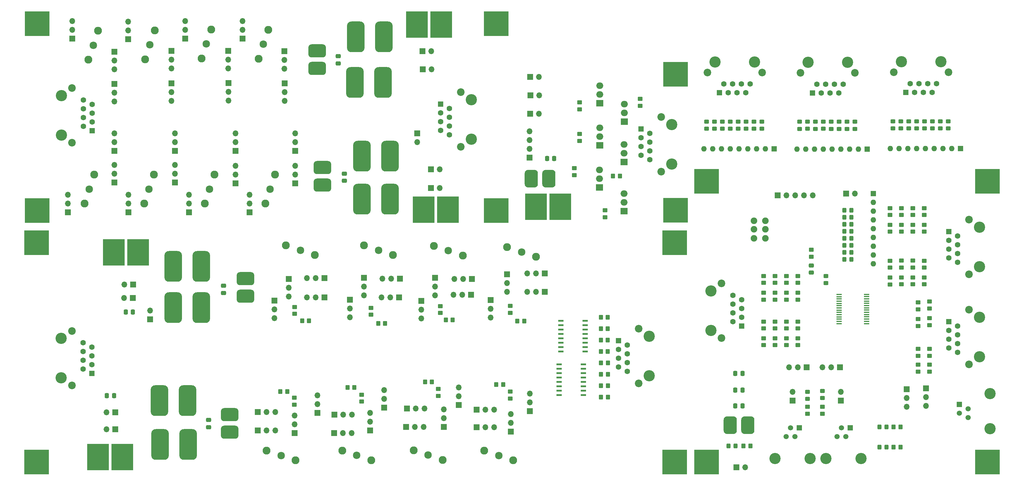
<source format=gbr>
%TF.GenerationSoftware,KiCad,Pcbnew,8.0.1*%
%TF.CreationDate,2024-04-02T21:45:17-06:00*%
%TF.ProjectId,ATV_Project_Slave Barg,4154565f-5072-46f6-9a65-63745f536c61,rev?*%
%TF.SameCoordinates,Original*%
%TF.FileFunction,Soldermask,Top*%
%TF.FilePolarity,Negative*%
%FSLAX46Y46*%
G04 Gerber Fmt 4.6, Leading zero omitted, Abs format (unit mm)*
G04 Created by KiCad (PCBNEW 8.0.1) date 2024-04-02 21:45:17*
%MOMM*%
%LPD*%
G01*
G04 APERTURE LIST*
G04 Aperture macros list*
%AMRoundRect*
0 Rectangle with rounded corners*
0 $1 Rounding radius*
0 $2 $3 $4 $5 $6 $7 $8 $9 X,Y pos of 4 corners*
0 Add a 4 corners polygon primitive as box body*
4,1,4,$2,$3,$4,$5,$6,$7,$8,$9,$2,$3,0*
0 Add four circle primitives for the rounded corners*
1,1,$1+$1,$2,$3*
1,1,$1+$1,$4,$5*
1,1,$1+$1,$6,$7*
1,1,$1+$1,$8,$9*
0 Add four rect primitives between the rounded corners*
20,1,$1+$1,$2,$3,$4,$5,0*
20,1,$1+$1,$4,$5,$6,$7,0*
20,1,$1+$1,$6,$7,$8,$9,0*
20,1,$1+$1,$8,$9,$2,$3,0*%
G04 Aperture macros list end*
%ADD10C,3.250000*%
%ADD11RoundRect,0.248000X-0.552000X0.552000X-0.552000X-0.552000X0.552000X-0.552000X0.552000X0.552000X0*%
%ADD12C,1.600000*%
%ADD13C,2.200000*%
%ADD14RoundRect,0.248000X0.552000X-0.552000X0.552000X0.552000X-0.552000X0.552000X-0.552000X-0.552000X0*%
%ADD15RoundRect,0.248000X0.552000X0.552000X-0.552000X0.552000X-0.552000X-0.552000X0.552000X-0.552000X0*%
%ADD16RoundRect,0.250000X0.450000X-0.325000X0.450000X0.325000X-0.450000X0.325000X-0.450000X-0.325000X0*%
%ADD17R,1.600000X1.600000*%
%ADD18O,1.600000X1.600000*%
%ADD19R,1.700000X1.700000*%
%ADD20O,1.700000X1.700000*%
%ADD21R,7.112000X7.112000*%
%ADD22RoundRect,0.250000X0.350000X0.450000X-0.350000X0.450000X-0.350000X-0.450000X0.350000X-0.450000X0*%
%ADD23RoundRect,0.250000X-0.450000X0.350000X-0.450000X-0.350000X0.450000X-0.350000X0.450000X0.350000X0*%
%ADD24RoundRect,0.250000X0.450000X-0.350000X0.450000X0.350000X-0.450000X0.350000X-0.450000X-0.350000X0*%
%ADD25O,2.000000X1.905000*%
%ADD26R,2.000000X1.905000*%
%ADD27R,6.350000X7.620000*%
%ADD28RoundRect,0.952500X-0.952500X-1.587500X0.952500X-1.587500X0.952500X1.587500X-0.952500X1.587500X0*%
%ADD29RoundRect,0.250000X-0.337500X-0.475000X0.337500X-0.475000X0.337500X0.475000X-0.337500X0.475000X0*%
%ADD30RoundRect,1.270000X-1.270000X-3.175000X1.270000X-3.175000X1.270000X3.175000X-1.270000X3.175000X0*%
%ADD31C,2.286000*%
%ADD32C,2.159000*%
%ADD33RoundRect,0.250000X0.337500X0.475000X-0.337500X0.475000X-0.337500X-0.475000X0.337500X-0.475000X0*%
%ADD34RoundRect,0.250000X0.325000X0.450000X-0.325000X0.450000X-0.325000X-0.450000X0.325000X-0.450000X0*%
%ADD35RoundRect,0.250000X-0.475000X0.337500X-0.475000X-0.337500X0.475000X-0.337500X0.475000X0.337500X0*%
%ADD36RoundRect,0.250000X-0.350000X-0.450000X0.350000X-0.450000X0.350000X0.450000X-0.350000X0.450000X0*%
%ADD37RoundRect,1.270000X1.270000X3.175000X-1.270000X3.175000X-1.270000X-3.175000X1.270000X-3.175000X0*%
%ADD38RoundRect,0.952500X1.587500X-0.952500X1.587500X0.952500X-1.587500X0.952500X-1.587500X-0.952500X0*%
%ADD39R,1.500000X0.380000*%
%ADD40RoundRect,0.250000X0.475000X-0.337500X0.475000X0.337500X-0.475000X0.337500X-0.475000X-0.337500X0*%
%ADD41C,1.905000*%
%ADD42R,1.520000X1.520000*%
%ADD43C,1.520000*%
%ADD44R,1.500000X0.600000*%
%ADD45RoundRect,0.952500X-1.587500X0.952500X-1.587500X-0.952500X1.587500X-0.952500X1.587500X0.952500X0*%
G04 APERTURE END LIST*
D10*
%TO.C,J2*%
X205540000Y-97756600D03*
X205540000Y-109186600D03*
D11*
X214430000Y-107916600D03*
D12*
X211890000Y-106646600D03*
X214430000Y-105376600D03*
X211890000Y-104106600D03*
X214430000Y-102836600D03*
X211890000Y-101566600D03*
X214430000Y-100296600D03*
X211890000Y-99026600D03*
D13*
X208590000Y-95571600D03*
X208590000Y-111371600D03*
%TD*%
D10*
%TO.C,J46*%
X194182500Y-61033000D03*
X194182500Y-49603000D03*
D14*
X185292500Y-50873000D03*
D12*
X187832500Y-52143000D03*
X185292500Y-53413000D03*
X187832500Y-54683000D03*
X185292500Y-55953000D03*
X187832500Y-57223000D03*
X185292500Y-58493000D03*
X187832500Y-59763000D03*
D13*
X191132500Y-63218000D03*
X191132500Y-47418000D03*
%TD*%
D10*
%TO.C,J25*%
X272098977Y-31394740D03*
X260668977Y-31394740D03*
D15*
X261938977Y-40284740D03*
D12*
X263208977Y-37744740D03*
X264478977Y-40284740D03*
X265748977Y-37744740D03*
X267018977Y-40284740D03*
X268288977Y-37744740D03*
X269558977Y-40284740D03*
X270828977Y-37744740D03*
D13*
X274283977Y-34444740D03*
X258483977Y-34444740D03*
%TD*%
D10*
%TO.C,J25*%
X245047688Y-31504705D03*
X233617688Y-31504705D03*
D15*
X234887688Y-40394705D03*
D12*
X236157688Y-37854705D03*
X237427688Y-40394705D03*
X238697688Y-37854705D03*
X239967688Y-40394705D03*
X241237688Y-37854705D03*
X242507688Y-40394705D03*
X243777688Y-37854705D03*
D13*
X247232688Y-34554705D03*
X231432688Y-34554705D03*
%TD*%
D10*
%TO.C,J6*%
X283264000Y-116786000D03*
X283264000Y-105356000D03*
D14*
X274374000Y-106626000D03*
D12*
X276914000Y-107896000D03*
X274374000Y-109166000D03*
X276914000Y-110436000D03*
X274374000Y-111706000D03*
X276914000Y-112976000D03*
X274374000Y-114246000D03*
X276914000Y-115516000D03*
D13*
X280214000Y-118971000D03*
X280214000Y-103171000D03*
%TD*%
%TO.C,J18*%
X133148000Y-40179000D03*
X133148000Y-55979000D03*
D12*
X129848000Y-52524000D03*
X127308000Y-51254000D03*
X129848000Y-49984000D03*
X127308000Y-48714000D03*
X129848000Y-47444000D03*
X127308000Y-46174000D03*
X129848000Y-44904000D03*
D14*
X127308000Y-43634000D03*
D10*
X136198000Y-42364000D03*
X136198000Y-53794000D03*
%TD*%
D13*
%TO.C,J35*%
X20587500Y-125121000D03*
X20587500Y-109321000D03*
D12*
X23887500Y-112776000D03*
X26427500Y-114046000D03*
X23887500Y-115316000D03*
X26427500Y-116586000D03*
X23887500Y-117856000D03*
X26427500Y-119126000D03*
X23887500Y-120396000D03*
D11*
X26427500Y-121666000D03*
D10*
X17537500Y-122936000D03*
X17537500Y-111506000D03*
%TD*%
%TO.C,J25*%
X218139000Y-31458000D03*
X206709000Y-31458000D03*
D15*
X207979000Y-40348000D03*
D12*
X209249000Y-37808000D03*
X210519000Y-40348000D03*
X211789000Y-37808000D03*
X213059000Y-40348000D03*
X214329000Y-37808000D03*
X215599000Y-40348000D03*
X216869000Y-37808000D03*
D13*
X220324000Y-34508000D03*
X204524000Y-34508000D03*
%TD*%
%TO.C,J26*%
X184644500Y-108686000D03*
X184644500Y-124486000D03*
D12*
X181344500Y-121031000D03*
X178804500Y-119761000D03*
X181344500Y-118491000D03*
X178804500Y-117221000D03*
X181344500Y-115951000D03*
X178804500Y-114681000D03*
X181344500Y-113411000D03*
D14*
X178804500Y-112141000D03*
D10*
X187694500Y-110871000D03*
X187694500Y-122301000D03*
%TD*%
%TO.C,J5*%
X283265000Y-90751000D03*
X283265000Y-79321000D03*
D14*
X274375000Y-80591000D03*
D12*
X276915000Y-81861000D03*
X274375000Y-83131000D03*
X276915000Y-84401000D03*
X274375000Y-85671000D03*
X276915000Y-86941000D03*
X274375000Y-88211000D03*
X276915000Y-89481000D03*
D13*
X280215000Y-92936000D03*
X280215000Y-77136000D03*
%TD*%
%TO.C,J9*%
X20641500Y-54836000D03*
X20641500Y-39036000D03*
D12*
X23941500Y-42491000D03*
X26481500Y-43761000D03*
X23941500Y-45031000D03*
X26481500Y-46301000D03*
X23941500Y-47571000D03*
X26481500Y-48841000D03*
X23941500Y-50111000D03*
D11*
X26481500Y-51381000D03*
D10*
X17591500Y-52651000D03*
X17591500Y-41221000D03*
%TD*%
D16*
%TO.C,D19*%
X267373977Y-50700740D03*
X267373977Y-48650740D03*
%TD*%
%TO.C,D16*%
X260515977Y-50691740D03*
X260515977Y-48641740D03*
%TD*%
%TO.C,D15*%
X258229977Y-50700740D03*
X258229977Y-48650740D03*
%TD*%
D17*
%TO.C,RN2*%
X277787977Y-56542740D03*
D18*
X275247977Y-56542740D03*
X272707977Y-56542740D03*
X270167977Y-56542740D03*
X267627977Y-56542740D03*
X265087977Y-56542740D03*
X262547977Y-56542740D03*
X260007977Y-56542740D03*
X257467977Y-56542740D03*
%TD*%
D16*
%TO.C,D18*%
X265087977Y-50691740D03*
X265087977Y-48641740D03*
%TD*%
%TO.C,D17*%
X262801977Y-50700740D03*
X262801977Y-48650740D03*
%TD*%
%TO.C,D22*%
X274231977Y-50700740D03*
X274231977Y-48650740D03*
%TD*%
%TO.C,D21*%
X271945977Y-50700740D03*
X271945977Y-48650740D03*
%TD*%
%TO.C,D20*%
X269659977Y-50700740D03*
X269659977Y-48650740D03*
%TD*%
%TO.C,D19*%
X240322688Y-50810705D03*
X240322688Y-48760705D03*
%TD*%
%TO.C,D16*%
X233464688Y-50801705D03*
X233464688Y-48751705D03*
%TD*%
%TO.C,D15*%
X231178688Y-50810705D03*
X231178688Y-48760705D03*
%TD*%
D17*
%TO.C,RN2*%
X250736688Y-56652705D03*
D18*
X248196688Y-56652705D03*
X245656688Y-56652705D03*
X243116688Y-56652705D03*
X240576688Y-56652705D03*
X238036688Y-56652705D03*
X235496688Y-56652705D03*
X232956688Y-56652705D03*
X230416688Y-56652705D03*
%TD*%
D16*
%TO.C,D18*%
X238036688Y-50801705D03*
X238036688Y-48751705D03*
%TD*%
%TO.C,D17*%
X235750688Y-50810705D03*
X235750688Y-48760705D03*
%TD*%
%TO.C,D22*%
X247180688Y-50810705D03*
X247180688Y-48760705D03*
%TD*%
%TO.C,D21*%
X244894688Y-50810705D03*
X244894688Y-48760705D03*
%TD*%
%TO.C,D20*%
X242608688Y-50810705D03*
X242608688Y-48760705D03*
%TD*%
D19*
%TO.C,JP35*%
X110984000Y-131542000D03*
D20*
X110984000Y-129002000D03*
X110984000Y-126462000D03*
%TD*%
D21*
%TO.C,*%
X10414000Y-147320000D03*
%TD*%
%TO.C,*%
X10414000Y-83820000D03*
%TD*%
%TO.C,*%
X195072000Y-147320000D03*
%TD*%
%TO.C,*%
X195072000Y-83820000D03*
%TD*%
D22*
%TO.C,R76*%
X177179000Y-64462000D03*
X179179000Y-64462000D03*
%TD*%
D23*
%TO.C,R75*%
X167511000Y-45142000D03*
X167511000Y-43142000D03*
%TD*%
D24*
%TO.C,R74*%
X185037000Y-42126000D03*
X185037000Y-44126000D03*
%TD*%
D23*
%TO.C,R73*%
X167511000Y-54286000D03*
X167511000Y-52286000D03*
%TD*%
%TO.C,R72*%
X165987000Y-64192000D03*
X165987000Y-62192000D03*
%TD*%
%TO.C,R71*%
X174877000Y-76384000D03*
X174877000Y-74384000D03*
%TD*%
D25*
%TO.C,Q6*%
X173353000Y-38300000D03*
X173353000Y-40840000D03*
D26*
X173353000Y-43380000D03*
%TD*%
D25*
%TO.C,Q5*%
X180465000Y-43634000D03*
X180465000Y-46174000D03*
D26*
X180465000Y-48714000D03*
%TD*%
D25*
%TO.C,Q4*%
X173353000Y-50492000D03*
X173353000Y-53032000D03*
D26*
X173353000Y-55572000D03*
%TD*%
D25*
%TO.C,Q3*%
X180394000Y-55318000D03*
X180394000Y-57858000D03*
D26*
X180394000Y-60398000D03*
%TD*%
D25*
%TO.C,Q2*%
X173282000Y-62684000D03*
X173282000Y-65224000D03*
D26*
X173282000Y-67764000D03*
%TD*%
D25*
%TO.C,Q1*%
X180394000Y-69542000D03*
X180394000Y-72082000D03*
D26*
X180394000Y-74622000D03*
%TD*%
D27*
%TO.C,J47*%
X161923000Y-73352000D03*
X154925300Y-73352000D03*
%TD*%
D20*
%TO.C,J45*%
X155827000Y-41094000D03*
D19*
X153287000Y-41094000D03*
%TD*%
D20*
%TO.C,J44*%
X155795000Y-35782000D03*
D19*
X153255000Y-35782000D03*
%TD*%
D20*
%TO.C,J43*%
X153033000Y-51508000D03*
X153033000Y-54048000D03*
X153033000Y-56588000D03*
D19*
X153033000Y-59128000D03*
%TD*%
D20*
%TO.C,J42*%
X155795000Y-46450000D03*
D19*
X153255000Y-46450000D03*
%TD*%
D28*
%TO.C,C19*%
X158621000Y-65224000D03*
X153541000Y-65224000D03*
%TD*%
D29*
%TO.C,C18*%
X160166500Y-59382000D03*
X158091500Y-59382000D03*
%TD*%
D30*
%TO.C,L4*%
X112647000Y-58747000D03*
X104519000Y-58747000D03*
%TD*%
D19*
%TO.C,JP10*%
X65911000Y-37596149D03*
D20*
X65911000Y-40136149D03*
X65911000Y-42676149D03*
%TD*%
D31*
%TO.C,F6*%
X59053000Y-72463000D03*
X61847000Y-64081000D03*
D32*
X60450000Y-68272000D03*
%TD*%
D31*
%TO.C,F4*%
X77424000Y-22112851D03*
X74630000Y-30494851D03*
D32*
X76027000Y-26303851D03*
%TD*%
D31*
%TO.C,F16*%
X154940000Y-87884000D03*
X146558000Y-85090000D03*
D32*
X150749000Y-86487000D03*
%TD*%
D33*
%TO.C,C13*%
X36183000Y-103830000D03*
X38258000Y-103830000D03*
%TD*%
D24*
%TO.C,R67*%
X85067000Y-102386000D03*
X85067000Y-104386000D03*
%TD*%
D16*
%TO.C,D19*%
X213414000Y-48714000D03*
X213414000Y-50764000D03*
%TD*%
D34*
%TO.C,D10*%
X244139000Y-82496000D03*
X246189000Y-82496000D03*
%TD*%
D21*
%TO.C,*%
X143381000Y-74495000D03*
%TD*%
D22*
%TO.C,R68*%
X143405000Y-124873000D03*
X145405000Y-124873000D03*
%TD*%
D24*
%TO.C,R43*%
X267263000Y-95831000D03*
X267263000Y-93831000D03*
%TD*%
D23*
%TO.C,R57*%
X126597000Y-128127000D03*
X126597000Y-126127000D03*
%TD*%
D35*
%TO.C,C1*%
X234616750Y-92445000D03*
X234616750Y-90370000D03*
%TD*%
D23*
%TO.C,R44*%
X267263000Y-91005000D03*
X267263000Y-89005000D03*
%TD*%
D36*
%TO.C,R63*%
X128794000Y-106172000D03*
X130794000Y-106172000D03*
%TD*%
D20*
%TO.C,JP32*%
X142778000Y-132096000D03*
X140238000Y-132096000D03*
D19*
X137698000Y-132096000D03*
%TD*%
%TO.C,JP47*%
X136390000Y-94256000D03*
D20*
X133850000Y-94256000D03*
X131310000Y-94256000D03*
%TD*%
D19*
%TO.C,JP11*%
X82167000Y-37665000D03*
D20*
X82167000Y-40205000D03*
X82167000Y-42745000D03*
%TD*%
D34*
%TO.C,D7*%
X244139000Y-88592000D03*
X246189000Y-88592000D03*
%TD*%
%TO.C,D13*%
X244139000Y-76400000D03*
X246189000Y-76400000D03*
%TD*%
D19*
%TO.C,JP15*%
X32869000Y-57215000D03*
D20*
X32869000Y-54675000D03*
X32869000Y-52135000D03*
%TD*%
D19*
%TO.C,JP19*%
X69953000Y-24703000D03*
D20*
X69953000Y-22163000D03*
X69953000Y-19623000D03*
%TD*%
D19*
%TO.C,J13*%
X82123000Y-28335851D03*
D20*
X82123000Y-30875851D03*
X82123000Y-33415851D03*
%TD*%
D19*
%TO.C,JP9*%
X49401000Y-37604149D03*
D20*
X49401000Y-40144149D03*
X49401000Y-42684149D03*
%TD*%
D19*
%TO.C,J24*%
X122121200Y-33601000D03*
D20*
X124661200Y-33601000D03*
%TD*%
D18*
%TO.C,RN2*%
X203508000Y-56606000D03*
X206048000Y-56606000D03*
X208588000Y-56606000D03*
X211128000Y-56606000D03*
X213668000Y-56606000D03*
X216208000Y-56606000D03*
X218748000Y-56606000D03*
X221288000Y-56606000D03*
D17*
X223828000Y-56606000D03*
%TD*%
D36*
%TO.C,R48*%
X173684500Y-112014000D03*
X175684500Y-112014000D03*
%TD*%
D19*
%TO.C,JP12*%
X85215000Y-57223000D03*
D20*
X85215000Y-54683000D03*
X85215000Y-52143000D03*
%TD*%
D32*
%TO.C,F13*%
X86741000Y-85979000D03*
D31*
X82550000Y-84582000D03*
X90932000Y-87376000D03*
%TD*%
D19*
%TO.C,J21*%
X124553000Y-67913000D03*
D20*
X127093000Y-67913000D03*
%TD*%
D31*
%TO.C,F2*%
X44563000Y-22298000D03*
X41769000Y-30680000D03*
D32*
X43166000Y-26489000D03*
%TD*%
D22*
%TO.C,R54*%
X122803000Y-124079000D03*
X124803000Y-124079000D03*
%TD*%
D31*
%TO.C,F15*%
X133731000Y-87503000D03*
X125349000Y-84709000D03*
D32*
X129540000Y-86106000D03*
%TD*%
D19*
%TO.C,J11*%
X49401000Y-28267000D03*
D20*
X49401000Y-30807000D03*
X49401000Y-33347000D03*
%TD*%
D19*
%TO.C,JP31*%
X96536000Y-133560000D03*
D20*
X99076000Y-133560000D03*
X101616000Y-133560000D03*
%TD*%
D37*
%TO.C,L6*%
X54284000Y-142196000D03*
X46156000Y-142196000D03*
%TD*%
D20*
%TO.C,JP3*%
X228166500Y-119854500D03*
X230706500Y-119854500D03*
D19*
X233246500Y-119854500D03*
%TD*%
%TO.C,J12*%
X65867000Y-28267000D03*
D20*
X65867000Y-30807000D03*
X65867000Y-33347000D03*
%TD*%
D34*
%TO.C,D6*%
X212645000Y-142670000D03*
X210595000Y-142670000D03*
%TD*%
%TO.C,D14*%
X244139000Y-74368000D03*
X246189000Y-74368000D03*
%TD*%
D20*
%TO.C,JP37*%
X79248000Y-105664000D03*
X79248000Y-103124000D03*
D19*
X79248000Y-100584000D03*
%TD*%
%TO.C,J14*%
X85215000Y-66621000D03*
D20*
X85215000Y-64081000D03*
X85215000Y-61541000D03*
%TD*%
D16*
%TO.C,D15*%
X204270000Y-48714000D03*
X204270000Y-50764000D03*
%TD*%
D23*
%TO.C,R41*%
X260659000Y-90989000D03*
X260659000Y-88989000D03*
%TD*%
D24*
%TO.C,R13*%
X230686000Y-98260000D03*
X230686000Y-100260000D03*
%TD*%
%TO.C,R52*%
X147425000Y-104108000D03*
X147425000Y-102108000D03*
%TD*%
%TO.C,R26*%
X268786000Y-114532000D03*
X268786000Y-116532000D03*
%TD*%
D30*
%TO.C,L1*%
X110615000Y-37411000D03*
X102487000Y-37411000D03*
%TD*%
D20*
%TO.C,J40*%
X30647100Y-132910000D03*
D19*
X33187100Y-132910000D03*
%TD*%
D36*
%TO.C,R53*%
X109252000Y-107188000D03*
X111252000Y-107188000D03*
%TD*%
D19*
%TO.C,JP45*%
X93718000Y-94002000D03*
D20*
X91178000Y-94002000D03*
X88638000Y-94002000D03*
%TD*%
D16*
%TO.C,D2*%
X237818500Y-128744500D03*
X237818500Y-126694500D03*
%TD*%
D21*
%TO.C,*%
X204270000Y-147266000D03*
%TD*%
D16*
%TO.C,D16*%
X206556000Y-48705000D03*
X206556000Y-50755000D03*
%TD*%
D23*
%TO.C,R42*%
X263961000Y-90989000D03*
X263961000Y-88989000D03*
%TD*%
D21*
%TO.C,*%
X204270000Y-65986000D03*
%TD*%
D24*
%TO.C,R38*%
X260659000Y-95831000D03*
X260659000Y-93831000D03*
%TD*%
D34*
%TO.C,D8*%
X244139000Y-86560000D03*
X246189000Y-86560000D03*
%TD*%
D19*
%TO.C,JP43*%
X96528000Y-138916000D03*
D20*
X99068000Y-138916000D03*
X101608000Y-138916000D03*
%TD*%
D31*
%TO.C,F5*%
X76579000Y-72463000D03*
X79373000Y-64081000D03*
D32*
X77976000Y-68272000D03*
%TD*%
D20*
%TO.C,JP33*%
X153162000Y-127508000D03*
X153162000Y-130048000D03*
D19*
X153162000Y-132588000D03*
%TD*%
D24*
%TO.C,R65*%
X127254000Y-104124000D03*
X127254000Y-102124000D03*
%TD*%
D18*
%TO.C,RN1*%
X252521000Y-89862000D03*
X252521000Y-87322000D03*
X252521000Y-84782000D03*
X252521000Y-82242000D03*
X252521000Y-79702000D03*
X252521000Y-77162000D03*
X252521000Y-74622000D03*
X252521000Y-72082000D03*
D17*
X252521000Y-69542000D03*
%TD*%
D23*
%TO.C,R23*%
X265484000Y-119088000D03*
X265484000Y-121088000D03*
%TD*%
D19*
%TO.C,J10*%
X32891000Y-28521000D03*
D20*
X32891000Y-31061000D03*
X32891000Y-33601000D03*
%TD*%
D24*
%TO.C,R56*%
X107188000Y-104632000D03*
X107188000Y-102632000D03*
%TD*%
D36*
%TO.C,R51*%
X149511000Y-106434000D03*
X151511000Y-106434000D03*
%TD*%
D38*
%TO.C,C17*%
X70866000Y-94234000D03*
X70866000Y-99314000D03*
%TD*%
D20*
%TO.C,JP1*%
X237818500Y-119854500D03*
X240358500Y-119854500D03*
D19*
X242898500Y-119854500D03*
%TD*%
D31*
%TO.C,F14*%
X113538000Y-87376000D03*
X105156000Y-84582000D03*
D32*
X109347000Y-85979000D03*
%TD*%
D37*
%TO.C,L5*%
X54102000Y-129540000D03*
X45974000Y-129540000D03*
%TD*%
D23*
%TO.C,R58*%
X84985000Y-130675000D03*
X84985000Y-128675000D03*
%TD*%
D32*
%TO.C,F9*%
X144145000Y-145415000D03*
D31*
X148336000Y-146812000D03*
X139954000Y-144018000D03*
%TD*%
D19*
%TO.C,J34*%
X146558000Y-92964000D03*
D20*
X146558000Y-95504000D03*
X146558000Y-98044000D03*
%TD*%
D36*
%TO.C,R47*%
X173684500Y-105410000D03*
X175684500Y-105410000D03*
%TD*%
D24*
%TO.C,R19*%
X220780000Y-98260000D03*
X220780000Y-100260000D03*
%TD*%
D31*
%TO.C,F11*%
X98822000Y-143974000D03*
X107204000Y-146768000D03*
D32*
X103013000Y-145371000D03*
%TD*%
D20*
%TO.C,JP7*%
X247164000Y-69564000D03*
D19*
X244624000Y-69564000D03*
%TD*%
D36*
%TO.C,R64*%
X89243000Y-106418000D03*
X87243000Y-106418000D03*
%TD*%
D21*
%TO.C,*%
X143381000Y-20393000D03*
%TD*%
D36*
%TO.C,R61*%
X173740500Y-121888200D03*
X175740500Y-121888200D03*
%TD*%
%TO.C,R50*%
X173740500Y-118586200D03*
X175740500Y-118586200D03*
%TD*%
D19*
%TO.C,JP39*%
X121688000Y-100592000D03*
D20*
X121688000Y-103132000D03*
X121688000Y-105672000D03*
%TD*%
%TO.C,J33*%
X125730000Y-99060000D03*
X125730000Y-96520000D03*
D19*
X125730000Y-93980000D03*
%TD*%
D22*
%TO.C,R55*%
X82937000Y-126881000D03*
X80937000Y-126881000D03*
%TD*%
D33*
%TO.C,C12*%
X30715700Y-128072000D03*
X32790700Y-128072000D03*
%TD*%
D36*
%TO.C,R45*%
X260388000Y-142948000D03*
X258388000Y-142948000D03*
%TD*%
D24*
%TO.C,R9*%
X230686000Y-113452000D03*
X230686000Y-111452000D03*
%TD*%
%TO.C,R21*%
X268786000Y-100816000D03*
X268786000Y-102816000D03*
%TD*%
D39*
%TO.C,U1*%
X250576800Y-98747200D03*
X250576800Y-99397200D03*
X250576800Y-100047200D03*
X250576800Y-100697200D03*
X250576800Y-101347200D03*
X250576800Y-101997200D03*
X250576800Y-102647200D03*
X250576800Y-103297200D03*
X250576800Y-103947200D03*
X250576800Y-104597200D03*
X250576800Y-105247200D03*
X250576800Y-105897200D03*
X250576800Y-106547200D03*
X250576800Y-107197200D03*
X242608000Y-107207000D03*
X242608000Y-106557000D03*
X242608000Y-105907000D03*
X242608000Y-105257000D03*
X242608000Y-104607000D03*
X242608000Y-103957000D03*
X242608000Y-103307000D03*
X242608000Y-102657000D03*
X242608000Y-102007000D03*
X242608000Y-101357000D03*
X242608000Y-100707000D03*
X242608000Y-100057000D03*
X242608000Y-99407000D03*
X242608000Y-98757000D03*
%TD*%
D19*
%TO.C,JP25*%
X157480000Y-98044000D03*
D20*
X154940000Y-98044000D03*
X152400000Y-98044000D03*
%TD*%
D19*
%TO.C,JP8*%
X32913000Y-37842149D03*
D20*
X32913000Y-40382149D03*
X32913000Y-42922149D03*
%TD*%
D22*
%TO.C,R66*%
X102370000Y-125708000D03*
X100370000Y-125708000D03*
%TD*%
D19*
%TO.C,JP17*%
X36921000Y-24830000D03*
D20*
X36921000Y-22290000D03*
X36921000Y-19750000D03*
%TD*%
D19*
%TO.C,J30*%
X85068000Y-138930000D03*
D20*
X85068000Y-136390000D03*
X85068000Y-133850000D03*
%TD*%
D30*
%TO.C,L3*%
X112647000Y-71193000D03*
X104519000Y-71193000D03*
%TD*%
D16*
%TO.C,D1*%
X233500500Y-128998500D03*
X233500500Y-126948500D03*
%TD*%
D19*
%TO.C,JP13*%
X67943000Y-57223000D03*
D20*
X67943000Y-54683000D03*
X67943000Y-52143000D03*
%TD*%
D24*
%TO.C,R16*%
X227384000Y-98260000D03*
X227384000Y-100260000D03*
%TD*%
D20*
%TO.C,JP27*%
X122682000Y-131826000D03*
X120142000Y-131826000D03*
D19*
X117602000Y-131826000D03*
%TD*%
%TO.C,JP26*%
X115308000Y-99590000D03*
D20*
X112768000Y-99590000D03*
X110228000Y-99590000D03*
%TD*%
D24*
%TO.C,R3*%
X220780000Y-113452000D03*
X220780000Y-111452000D03*
%TD*%
D23*
%TO.C,R18*%
X220780000Y-93418000D03*
X220780000Y-95418000D03*
%TD*%
D40*
%TO.C,C9*%
X99439000Y-65859000D03*
X99439000Y-63784000D03*
%TD*%
D23*
%TO.C,R31*%
X260659000Y-73765000D03*
X260659000Y-75765000D03*
%TD*%
D21*
%TO.C,*%
X195268000Y-34998000D03*
%TD*%
D19*
%TO.C,JP18*%
X53399000Y-24703000D03*
D20*
X53399000Y-22163000D03*
X53399000Y-19623000D03*
%TD*%
D24*
%TO.C,R35*%
X257357000Y-95871000D03*
X257357000Y-93871000D03*
%TD*%
D23*
%TO.C,R27*%
X268786000Y-119104000D03*
X268786000Y-121104000D03*
%TD*%
%TO.C,R30*%
X263961000Y-73781000D03*
X263961000Y-75781000D03*
%TD*%
D29*
%TO.C,C4*%
X212609000Y-131010000D03*
X214684000Y-131010000D03*
%TD*%
D24*
%TO.C,R25*%
X265484000Y-101054000D03*
X265484000Y-103054000D03*
%TD*%
%TO.C,R5*%
X224082000Y-113452000D03*
X224082000Y-111452000D03*
%TD*%
D30*
%TO.C,L2*%
X110869000Y-24203000D03*
X102741000Y-24203000D03*
%TD*%
D23*
%TO.C,R70*%
X147469000Y-128921000D03*
X147469000Y-126921000D03*
%TD*%
D21*
%TO.C,*%
X195268000Y-74368000D03*
%TD*%
D34*
%TO.C,D9*%
X244139000Y-84528000D03*
X246189000Y-84528000D03*
%TD*%
D19*
%TO.C,JP46*%
X115570000Y-94234000D03*
D20*
X113030000Y-94234000D03*
X110490000Y-94234000D03*
%TD*%
D19*
%TO.C,JP48*%
X157488000Y-92688000D03*
D20*
X154948000Y-92688000D03*
X152408000Y-92688000D03*
%TD*%
D19*
%TO.C,JP49*%
X43202000Y-105950000D03*
D20*
X43202000Y-103410000D03*
%TD*%
%TO.C,J27*%
X147596000Y-133358000D03*
X147596000Y-135898000D03*
D19*
X147596000Y-138438000D03*
%TD*%
D23*
%TO.C,R10*%
X230686000Y-93418000D03*
X230686000Y-95418000D03*
%TD*%
%TO.C,R69*%
X104418000Y-127772000D03*
X104418000Y-129772000D03*
%TD*%
D31*
%TO.C,F3*%
X60914000Y-22044000D03*
X58120000Y-30426000D03*
D32*
X59517000Y-26235000D03*
%TD*%
D19*
%TO.C,J15*%
X67943000Y-66621000D03*
D20*
X67943000Y-64081000D03*
X67943000Y-61541000D03*
%TD*%
D23*
%TO.C,R8*%
X227384000Y-108610000D03*
X227384000Y-106610000D03*
%TD*%
D19*
%TO.C,JP16*%
X20699000Y-24711000D03*
D20*
X20699000Y-22171000D03*
X20699000Y-19631000D03*
%TD*%
%TO.C,JP30*%
X88638000Y-99590000D03*
X91178000Y-99590000D03*
D19*
X93718000Y-99590000D03*
%TD*%
%TO.C,J16*%
X50417000Y-66367000D03*
D20*
X50417000Y-63827000D03*
X50417000Y-61287000D03*
%TD*%
%TO.C,J1*%
X235004000Y-70050000D03*
X232464000Y-70050000D03*
X229924000Y-70050000D03*
X227384000Y-70050000D03*
D19*
X224844000Y-70050000D03*
%TD*%
D28*
%TO.C,C5*%
X211128000Y-136598000D03*
X216208000Y-136598000D03*
%TD*%
D41*
%TO.C,SW1*%
X217960600Y-82496000D03*
X217960600Y-79905200D03*
X217960600Y-77416000D03*
X221288000Y-77416000D03*
X221288000Y-79905200D03*
X221288000Y-82496000D03*
%TD*%
D20*
%TO.C,JP5*%
X262182000Y-131264000D03*
X262182000Y-128724000D03*
D19*
X262182000Y-126184000D03*
%TD*%
D29*
%TO.C,C2*%
X212609000Y-121612000D03*
X214684000Y-121612000D03*
%TD*%
D36*
%TO.C,R49*%
X173740500Y-125190200D03*
X175740500Y-125190200D03*
%TD*%
D23*
%TO.C,R11*%
X230686000Y-108610000D03*
X230686000Y-106610000D03*
%TD*%
%TO.C,R4*%
X220780000Y-108626000D03*
X220780000Y-106626000D03*
%TD*%
%TO.C,R2*%
X237818500Y-133275500D03*
X237818500Y-131275500D03*
%TD*%
D20*
%TO.C,JP41*%
X142778000Y-137176000D03*
X140238000Y-137176000D03*
D19*
X137698000Y-137176000D03*
%TD*%
%TO.C,JP14*%
X50417000Y-57223000D03*
D20*
X50417000Y-54683000D03*
X50417000Y-52143000D03*
%TD*%
D19*
%TO.C,JP4*%
X243152500Y-129511500D03*
D20*
X243152500Y-126971500D03*
%TD*%
D19*
%TO.C,J17*%
X32891000Y-66367000D03*
D20*
X32891000Y-63827000D03*
X32891000Y-61287000D03*
%TD*%
D10*
%TO.C,J4*%
X238834500Y-146258000D03*
X248994500Y-146258000D03*
D42*
X245824500Y-137368000D03*
D43*
X244554500Y-139908000D03*
X243284500Y-137368000D03*
X242014500Y-139908000D03*
%TD*%
D20*
%TO.C,J38*%
X35718000Y-99766000D03*
D19*
X38258000Y-99766000D03*
%TD*%
D23*
%TO.C,R7*%
X224082000Y-108610000D03*
X224082000Y-106610000D03*
%TD*%
D37*
%TO.C,L8*%
X58070000Y-90622000D03*
X49942000Y-90622000D03*
%TD*%
D20*
%TO.C,J31*%
X83334000Y-99322000D03*
X83334000Y-96782000D03*
D19*
X83334000Y-94242000D03*
%TD*%
D20*
%TO.C,J28*%
X128270000Y-132080000D03*
X128270000Y-134620000D03*
D19*
X128270000Y-137160000D03*
%TD*%
D16*
%TO.C,D21*%
X217986000Y-48714000D03*
X217986000Y-50764000D03*
%TD*%
D40*
%TO.C,C8*%
X97661000Y-31844500D03*
X97661000Y-29769500D03*
%TD*%
D27*
%TO.C,J20*%
X120457500Y-20647000D03*
X127455200Y-20647000D03*
%TD*%
D16*
%TO.C,D20*%
X215700000Y-48714000D03*
X215700000Y-50764000D03*
%TD*%
D21*
%TO.C,*%
X285550000Y-65986000D03*
%TD*%
D24*
%TO.C,R17*%
X224082000Y-98260000D03*
X224082000Y-100260000D03*
%TD*%
D23*
%TO.C,R1*%
X233500500Y-133307500D03*
X233500500Y-131307500D03*
%TD*%
D20*
%TO.C,J36*%
X35750000Y-95934000D03*
D19*
X38290000Y-95934000D03*
%TD*%
D20*
%TO.C,JP6*%
X267770000Y-131010000D03*
X267770000Y-128470000D03*
D19*
X267770000Y-125930000D03*
%TD*%
D38*
%TO.C,C10*%
X91565000Y-33347000D03*
X91565000Y-28267000D03*
%TD*%
D27*
%TO.C,J37*%
X28175700Y-145852000D03*
X35173400Y-145852000D03*
%TD*%
D16*
%TO.C,D3*%
X238814000Y-93400000D03*
X238814000Y-95450000D03*
%TD*%
D36*
%TO.C,R60*%
X173684500Y-115316000D03*
X175684500Y-115316000D03*
%TD*%
%TO.C,R59*%
X173684500Y-108712000D03*
X175684500Y-108712000D03*
%TD*%
D19*
%TO.C,JP24*%
X120521000Y-52111000D03*
D20*
X120521000Y-54651000D03*
%TD*%
D23*
%TO.C,R15*%
X224082000Y-93418000D03*
X224082000Y-95418000D03*
%TD*%
D27*
%TO.C,J22*%
X122413300Y-74241000D03*
X129411000Y-74241000D03*
%TD*%
D19*
%TO.C,JP21*%
X54459000Y-74995000D03*
D20*
X54459000Y-72455000D03*
X54459000Y-69915000D03*
%TD*%
D31*
%TO.C,F1*%
X28192000Y-22425000D03*
X25398000Y-30807000D03*
D32*
X26795000Y-26616000D03*
%TD*%
D34*
%TO.C,D11*%
X244139000Y-80464000D03*
X246189000Y-80464000D03*
%TD*%
D23*
%TO.C,R14*%
X227384000Y-93418000D03*
X227384000Y-95418000D03*
%TD*%
D19*
%TO.C,JP23*%
X19429000Y-75003000D03*
D20*
X19429000Y-72463000D03*
X19429000Y-69923000D03*
%TD*%
D23*
%TO.C,R20*%
X268786000Y-107642000D03*
X268786000Y-105642000D03*
%TD*%
D21*
%TO.C,*%
X10539000Y-20393000D03*
%TD*%
D19*
%TO.C,JP34*%
X132588000Y-130810000D03*
D20*
X132588000Y-128270000D03*
X132588000Y-125730000D03*
%TD*%
D19*
%TO.C,J32*%
X105134000Y-93972000D03*
D20*
X105134000Y-96512000D03*
X105134000Y-99052000D03*
%TD*%
D21*
%TO.C,REF\u002A\u002A*%
X10539000Y-74495000D03*
%TD*%
D24*
%TO.C,R36*%
X257357000Y-78591000D03*
X257357000Y-80591000D03*
%TD*%
D23*
%TO.C,R34*%
X257357000Y-73765000D03*
X257357000Y-75765000D03*
%TD*%
D19*
%TO.C,JP36*%
X91650000Y-133080000D03*
D20*
X91650000Y-130540000D03*
X91650000Y-128000000D03*
%TD*%
D16*
%TO.C,D17*%
X208842000Y-48714000D03*
X208842000Y-50764000D03*
%TD*%
D10*
%TO.C,J3*%
X224102500Y-146258000D03*
X234262500Y-146258000D03*
D42*
X231092500Y-137368000D03*
D43*
X229822500Y-139908000D03*
X228552500Y-137368000D03*
X227282500Y-139908000D03*
%TD*%
D19*
%TO.C,JP20*%
X71985000Y-74995000D03*
D20*
X71985000Y-72455000D03*
X71985000Y-69915000D03*
%TD*%
D32*
%TO.C,F10*%
X123698000Y-145288000D03*
D31*
X127889000Y-146685000D03*
X119507000Y-143891000D03*
%TD*%
D34*
%TO.C,D5*%
X256340000Y-142948000D03*
X254290000Y-142948000D03*
%TD*%
D21*
%TO.C,*%
X285550000Y-147266000D03*
%TD*%
D36*
%TO.C,R46*%
X216938000Y-142670000D03*
X214938000Y-142670000D03*
%TD*%
D24*
%TO.C,R32*%
X263961000Y-78591000D03*
X263961000Y-80591000D03*
%TD*%
D19*
%TO.C,JP40*%
X141754000Y-100338000D03*
D20*
X141754000Y-102878000D03*
X141754000Y-105418000D03*
%TD*%
D16*
%TO.C,D22*%
X220272000Y-48714000D03*
X220272000Y-50764000D03*
%TD*%
D36*
%TO.C,R62*%
X173740500Y-128492200D03*
X175740500Y-128492200D03*
%TD*%
D29*
%TO.C,C3*%
X212609000Y-126438000D03*
X214684000Y-126438000D03*
%TD*%
D27*
%TO.C,J39*%
X32766000Y-86614000D03*
X39763700Y-86614000D03*
%TD*%
D20*
%TO.C,J41*%
X30583100Y-137780000D03*
D19*
X33123100Y-137780000D03*
%TD*%
%TO.C,JP38*%
X101092000Y-100330000D03*
D20*
X101092000Y-102870000D03*
X101092000Y-105410000D03*
%TD*%
D19*
%TO.C,JP29*%
X136136000Y-98828000D03*
D20*
X133596000Y-98828000D03*
X131056000Y-98828000D03*
%TD*%
D36*
%TO.C,R39*%
X260388000Y-137106000D03*
X258388000Y-137106000D03*
%TD*%
D40*
%TO.C,C15*%
X64516000Y-96244500D03*
X64516000Y-98319500D03*
%TD*%
D44*
%TO.C,U2*%
X169096500Y-115316000D03*
X169096500Y-114046000D03*
X169096500Y-112776000D03*
X169096500Y-111506000D03*
X169096500Y-110236000D03*
X169096500Y-108966000D03*
X169096500Y-107696000D03*
X169096500Y-106426000D03*
X162096500Y-106426000D03*
X162096500Y-107696000D03*
X162096500Y-108966000D03*
X162096500Y-110236000D03*
X162096500Y-111506000D03*
X162096500Y-112776000D03*
X162096500Y-114046000D03*
X162096500Y-115316000D03*
%TD*%
D45*
%TO.C,C16*%
X66294000Y-138684000D03*
X66294000Y-133604000D03*
%TD*%
D19*
%TO.C,J8*%
X212874000Y-148812000D03*
D20*
X215414000Y-148812000D03*
%TD*%
D19*
%TO.C,JP44*%
X74422000Y-138176000D03*
D20*
X76962000Y-138176000D03*
X79502000Y-138176000D03*
%TD*%
D23*
%TO.C,R37*%
X257357000Y-91021000D03*
X257357000Y-89021000D03*
%TD*%
D16*
%TO.C,D18*%
X211128000Y-48705000D03*
X211128000Y-50755000D03*
%TD*%
D31*
%TO.C,F12*%
X76962000Y-144018000D03*
X85344000Y-146812000D03*
D32*
X81153000Y-145415000D03*
%TD*%
D37*
%TO.C,L7*%
X49942000Y-102594000D03*
X58070000Y-102594000D03*
%TD*%
D20*
%TO.C,JP28*%
X79502000Y-132842000D03*
X76962000Y-132842000D03*
D19*
X74422000Y-132842000D03*
%TD*%
D34*
%TO.C,D12*%
X244139000Y-78432000D03*
X246189000Y-78432000D03*
%TD*%
%TO.C,D4*%
X256340000Y-137106000D03*
X254290000Y-137106000D03*
%TD*%
D19*
%TO.C,J29*%
X106920000Y-138146000D03*
D20*
X106920000Y-135606000D03*
X106920000Y-133066000D03*
%TD*%
D23*
%TO.C,R12*%
X234616750Y-87819500D03*
X234616750Y-85819500D03*
%TD*%
D19*
%TO.C,JP22*%
X36955000Y-75003000D03*
D20*
X36955000Y-72463000D03*
X36955000Y-69923000D03*
%TD*%
D31*
%TO.C,F7*%
X41527000Y-72463000D03*
X44321000Y-64081000D03*
D32*
X42924000Y-68272000D03*
%TD*%
D31*
%TO.C,F8*%
X24255000Y-72463000D03*
X27049000Y-64081000D03*
D32*
X25652000Y-68272000D03*
%TD*%
D23*
%TO.C,R24*%
X265484000Y-107880000D03*
X265484000Y-105880000D03*
%TD*%
D35*
%TO.C,C14*%
X60198000Y-137181500D03*
X60198000Y-135106500D03*
%TD*%
D19*
%TO.C,J19*%
X124553000Y-62557000D03*
D20*
X127093000Y-62557000D03*
%TD*%
D24*
%TO.C,R6*%
X227384000Y-113452000D03*
X227384000Y-111452000D03*
%TD*%
D10*
%TO.C,J7*%
X286312000Y-137614000D03*
X286312000Y-127454000D03*
D42*
X277422000Y-130624000D03*
D43*
X279962000Y-131894000D03*
X277422000Y-133164000D03*
X279962000Y-134434000D03*
%TD*%
D19*
%TO.C,JP2*%
X229182500Y-129511500D03*
D20*
X229182500Y-126971500D03*
%TD*%
D24*
%TO.C,R40*%
X263961000Y-95831000D03*
X263961000Y-93831000D03*
%TD*%
D38*
%TO.C,C11*%
X93089000Y-67129000D03*
X93089000Y-62049000D03*
%TD*%
D24*
%TO.C,R33*%
X260659000Y-78591000D03*
X260659000Y-80591000D03*
%TD*%
%TO.C,R22*%
X265484000Y-114532000D03*
X265484000Y-116532000D03*
%TD*%
D44*
%TO.C,U3*%
X168588500Y-127857200D03*
X168588500Y-126587200D03*
X168588500Y-125317200D03*
X168588500Y-124047200D03*
X168588500Y-122777200D03*
X168588500Y-121507200D03*
X168588500Y-120237200D03*
X168588500Y-118967200D03*
X161588500Y-118967200D03*
X161588500Y-120237200D03*
X161588500Y-121507200D03*
X161588500Y-122777200D03*
X161588500Y-124047200D03*
X161588500Y-125317200D03*
X161588500Y-126587200D03*
X161588500Y-127857200D03*
%TD*%
D24*
%TO.C,R29*%
X267263000Y-78591000D03*
X267263000Y-80591000D03*
%TD*%
D19*
%TO.C,J23*%
X122089200Y-28289000D03*
D20*
X124629200Y-28289000D03*
%TD*%
D23*
%TO.C,R28*%
X267263000Y-73765000D03*
X267263000Y-75765000D03*
%TD*%
D20*
%TO.C,JP42*%
X122428000Y-137160000D03*
X119888000Y-137160000D03*
D19*
X117348000Y-137160000D03*
%TD*%
M02*

</source>
